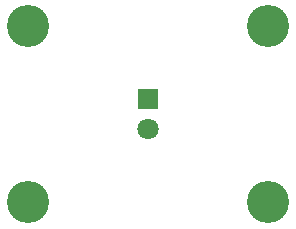
<source format=gbs>
%TF.GenerationSoftware,KiCad,Pcbnew,7.0.10-7.0.10~ubuntu22.04.1*%
%TF.CreationDate,2024-10-01T11:42:26-07:00*%
%TF.ProjectId,radial_16mA,72616469-616c-45f3-9136-6d412e6b6963,rev?*%
%TF.SameCoordinates,Original*%
%TF.FileFunction,Soldermask,Bot*%
%TF.FilePolarity,Negative*%
%FSLAX46Y46*%
G04 Gerber Fmt 4.6, Leading zero omitted, Abs format (unit mm)*
G04 Created by KiCad (PCBNEW 7.0.10-7.0.10~ubuntu22.04.1) date 2024-10-01 11:42:26*
%MOMM*%
%LPD*%
G01*
G04 APERTURE LIST*
%ADD10C,3.570000*%
%ADD11R,1.800000X1.800000*%
%ADD12C,1.800000*%
G04 APERTURE END LIST*
D10*
%TO.C,M1*%
X52540000Y-52540000D03*
%TD*%
%TO.C,M2*%
X72860000Y-52540000D03*
%TD*%
%TO.C,M3*%
X72860000Y-67460000D03*
%TD*%
%TO.C,M4*%
X52540000Y-67460000D03*
%TD*%
D11*
%TO.C,D1*%
X62700000Y-58730000D03*
D12*
X62700000Y-61270000D03*
%TD*%
M02*

</source>
